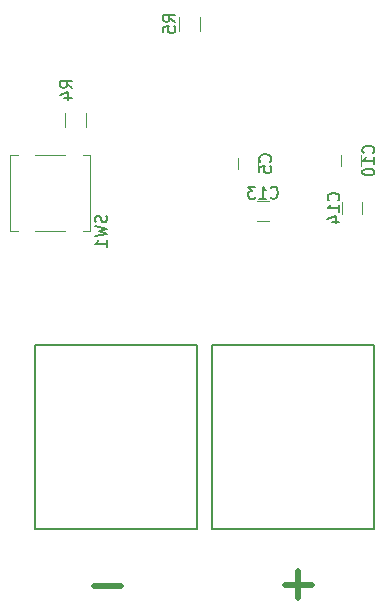
<source format=gbr>
G04 #@! TF.FileFunction,Legend,Bot*
%FSLAX46Y46*%
G04 Gerber Fmt 4.6, Leading zero omitted, Abs format (unit mm)*
G04 Created by KiCad (PCBNEW 4.0.7-e2-6376~58~ubuntu16.04.1) date Sat Sep  1 12:55:08 2018*
%MOMM*%
%LPD*%
G01*
G04 APERTURE LIST*
%ADD10C,0.100000*%
%ADD11C,0.500000*%
%ADD12C,0.120000*%
%ADD13C,0.203200*%
%ADD14C,0.150000*%
G04 APERTURE END LIST*
D10*
D11*
X124333143Y-127925486D02*
X126618857Y-127925486D01*
X125476000Y-129068343D02*
X125476000Y-126782629D01*
X108178743Y-128027086D02*
X110464457Y-128027086D01*
D12*
X130796400Y-91498800D02*
X130796400Y-92498800D01*
X129096400Y-92498800D02*
X129096400Y-91498800D01*
X121978800Y-95416000D02*
X122978800Y-95416000D01*
X122978800Y-97116000D02*
X121978800Y-97116000D01*
X129147200Y-96512000D02*
X129147200Y-95512000D01*
X130847200Y-95512000D02*
X130847200Y-96512000D01*
X107194800Y-97992000D02*
X107844800Y-97992000D01*
X107844800Y-97992000D02*
X107844800Y-91492000D01*
X107844800Y-91492000D02*
X107194800Y-91492000D01*
X101694800Y-97992000D02*
X101044800Y-97992000D01*
X101044800Y-97992000D02*
X101044800Y-91492000D01*
X101044800Y-91492000D02*
X101694800Y-91492000D01*
X103194800Y-97992000D02*
X105694800Y-97992000D01*
X103194800Y-91492000D02*
X105694800Y-91492000D01*
X122058800Y-91752800D02*
X122058800Y-92752800D01*
X120358800Y-92752800D02*
X120358800Y-91752800D01*
X107509200Y-89195200D02*
X107509200Y-87995200D01*
X105749200Y-87995200D02*
X105749200Y-89195200D01*
X117110400Y-81016400D02*
X117110400Y-79816400D01*
X115350400Y-79816400D02*
X115350400Y-81016400D01*
D13*
X131858000Y-123207000D02*
X131858000Y-107586000D01*
X131858000Y-107586000D02*
X118142000Y-107586000D01*
X118142000Y-107586000D02*
X118142000Y-123207000D01*
X131858000Y-123207000D02*
X118142000Y-123207000D01*
X116858000Y-123207000D02*
X116858000Y-107586000D01*
X116858000Y-107586000D02*
X103142000Y-107586000D01*
X103142000Y-107586000D02*
X103142000Y-123207000D01*
X116858000Y-123207000D02*
X103142000Y-123207000D01*
D14*
X131803543Y-91355943D02*
X131851162Y-91308324D01*
X131898781Y-91165467D01*
X131898781Y-91070229D01*
X131851162Y-90927371D01*
X131755924Y-90832133D01*
X131660686Y-90784514D01*
X131470210Y-90736895D01*
X131327352Y-90736895D01*
X131136876Y-90784514D01*
X131041638Y-90832133D01*
X130946400Y-90927371D01*
X130898781Y-91070229D01*
X130898781Y-91165467D01*
X130946400Y-91308324D01*
X130994019Y-91355943D01*
X131898781Y-92308324D02*
X131898781Y-91736895D01*
X131898781Y-92022609D02*
X130898781Y-92022609D01*
X131041638Y-91927371D01*
X131136876Y-91832133D01*
X131184495Y-91736895D01*
X130898781Y-92927371D02*
X130898781Y-93022610D01*
X130946400Y-93117848D01*
X130994019Y-93165467D01*
X131089257Y-93213086D01*
X131279733Y-93260705D01*
X131517829Y-93260705D01*
X131708305Y-93213086D01*
X131803543Y-93165467D01*
X131851162Y-93117848D01*
X131898781Y-93022610D01*
X131898781Y-92927371D01*
X131851162Y-92832133D01*
X131803543Y-92784514D01*
X131708305Y-92736895D01*
X131517829Y-92689276D01*
X131279733Y-92689276D01*
X131089257Y-92736895D01*
X130994019Y-92784514D01*
X130946400Y-92832133D01*
X130898781Y-92927371D01*
X123121657Y-95123143D02*
X123169276Y-95170762D01*
X123312133Y-95218381D01*
X123407371Y-95218381D01*
X123550229Y-95170762D01*
X123645467Y-95075524D01*
X123693086Y-94980286D01*
X123740705Y-94789810D01*
X123740705Y-94646952D01*
X123693086Y-94456476D01*
X123645467Y-94361238D01*
X123550229Y-94266000D01*
X123407371Y-94218381D01*
X123312133Y-94218381D01*
X123169276Y-94266000D01*
X123121657Y-94313619D01*
X122169276Y-95218381D02*
X122740705Y-95218381D01*
X122454991Y-95218381D02*
X122454991Y-94218381D01*
X122550229Y-94361238D01*
X122645467Y-94456476D01*
X122740705Y-94504095D01*
X121835943Y-94218381D02*
X121216895Y-94218381D01*
X121550229Y-94599333D01*
X121407371Y-94599333D01*
X121312133Y-94646952D01*
X121264514Y-94694571D01*
X121216895Y-94789810D01*
X121216895Y-95027905D01*
X121264514Y-95123143D01*
X121312133Y-95170762D01*
X121407371Y-95218381D01*
X121693086Y-95218381D01*
X121788324Y-95170762D01*
X121835943Y-95123143D01*
X128854343Y-95369143D02*
X128901962Y-95321524D01*
X128949581Y-95178667D01*
X128949581Y-95083429D01*
X128901962Y-94940571D01*
X128806724Y-94845333D01*
X128711486Y-94797714D01*
X128521010Y-94750095D01*
X128378152Y-94750095D01*
X128187676Y-94797714D01*
X128092438Y-94845333D01*
X127997200Y-94940571D01*
X127949581Y-95083429D01*
X127949581Y-95178667D01*
X127997200Y-95321524D01*
X128044819Y-95369143D01*
X128949581Y-96321524D02*
X128949581Y-95750095D01*
X128949581Y-96035809D02*
X127949581Y-96035809D01*
X128092438Y-95940571D01*
X128187676Y-95845333D01*
X128235295Y-95750095D01*
X128282914Y-97178667D02*
X128949581Y-97178667D01*
X127901962Y-96940571D02*
X128616248Y-96702476D01*
X128616248Y-97321524D01*
X109218362Y-96659867D02*
X109265981Y-96802724D01*
X109265981Y-97040820D01*
X109218362Y-97136058D01*
X109170743Y-97183677D01*
X109075505Y-97231296D01*
X108980267Y-97231296D01*
X108885029Y-97183677D01*
X108837410Y-97136058D01*
X108789790Y-97040820D01*
X108742171Y-96850343D01*
X108694552Y-96755105D01*
X108646933Y-96707486D01*
X108551695Y-96659867D01*
X108456457Y-96659867D01*
X108361219Y-96707486D01*
X108313600Y-96755105D01*
X108265981Y-96850343D01*
X108265981Y-97088439D01*
X108313600Y-97231296D01*
X108265981Y-97564629D02*
X109265981Y-97802724D01*
X108551695Y-97993201D01*
X109265981Y-98183677D01*
X108265981Y-98421772D01*
X109265981Y-99326534D02*
X109265981Y-98755105D01*
X109265981Y-99040819D02*
X108265981Y-99040819D01*
X108408838Y-98945581D01*
X108504076Y-98850343D01*
X108551695Y-98755105D01*
X123065943Y-92086134D02*
X123113562Y-92038515D01*
X123161181Y-91895658D01*
X123161181Y-91800420D01*
X123113562Y-91657562D01*
X123018324Y-91562324D01*
X122923086Y-91514705D01*
X122732610Y-91467086D01*
X122589752Y-91467086D01*
X122399276Y-91514705D01*
X122304038Y-91562324D01*
X122208800Y-91657562D01*
X122161181Y-91800420D01*
X122161181Y-91895658D01*
X122208800Y-92038515D01*
X122256419Y-92086134D01*
X122161181Y-92990896D02*
X122161181Y-92514705D01*
X122637371Y-92467086D01*
X122589752Y-92514705D01*
X122542133Y-92609943D01*
X122542133Y-92848039D01*
X122589752Y-92943277D01*
X122637371Y-92990896D01*
X122732610Y-93038515D01*
X122970705Y-93038515D01*
X123065943Y-92990896D01*
X123113562Y-92943277D01*
X123161181Y-92848039D01*
X123161181Y-92609943D01*
X123113562Y-92514705D01*
X123065943Y-92467086D01*
X106319581Y-85837734D02*
X105843390Y-85504400D01*
X106319581Y-85266305D02*
X105319581Y-85266305D01*
X105319581Y-85647258D01*
X105367200Y-85742496D01*
X105414819Y-85790115D01*
X105510057Y-85837734D01*
X105652914Y-85837734D01*
X105748152Y-85790115D01*
X105795771Y-85742496D01*
X105843390Y-85647258D01*
X105843390Y-85266305D01*
X105652914Y-86694877D02*
X106319581Y-86694877D01*
X105271962Y-86456781D02*
X105986248Y-86218686D01*
X105986248Y-86837734D01*
X115032781Y-80249734D02*
X114556590Y-79916400D01*
X115032781Y-79678305D02*
X114032781Y-79678305D01*
X114032781Y-80059258D01*
X114080400Y-80154496D01*
X114128019Y-80202115D01*
X114223257Y-80249734D01*
X114366114Y-80249734D01*
X114461352Y-80202115D01*
X114508971Y-80154496D01*
X114556590Y-80059258D01*
X114556590Y-79678305D01*
X114032781Y-81154496D02*
X114032781Y-80678305D01*
X114508971Y-80630686D01*
X114461352Y-80678305D01*
X114413733Y-80773543D01*
X114413733Y-81011639D01*
X114461352Y-81106877D01*
X114508971Y-81154496D01*
X114604210Y-81202115D01*
X114842305Y-81202115D01*
X114937543Y-81154496D01*
X114985162Y-81106877D01*
X115032781Y-81011639D01*
X115032781Y-80773543D01*
X114985162Y-80678305D01*
X114937543Y-80630686D01*
M02*

</source>
